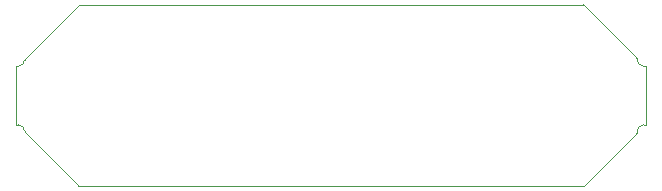
<source format=gko>
G04*
G04 #@! TF.GenerationSoftware,Altium Limited,Altium Designer,25.5.2 (35)*
G04*
G04 Layer_Color=16711935*
%FSLAX44Y44*%
%MOMM*%
G71*
G04*
G04 #@! TF.SameCoordinates,128D8583-6615-4204-B1AC-86CD56F38C64*
G04*
G04*
G04 #@! TF.FilePolarity,Positive*
G04*
G01*
G75*
%ADD10C,0.0500*%
%ADD58C,0.0500*%
D10*
X259264Y-30908D02*
G03*
X259267Y-30905I-174J180D01*
G01*
X266500Y24749D02*
X266500Y24750D01*
X259267Y30084D02*
G03*
X264601Y24750I5334J0D01*
G01*
Y-24750D02*
G03*
X259267Y-30084I0J-5334D01*
G01*
X-259518Y-30084D02*
G03*
X-264852Y-24750I-5334J0D01*
G01*
Y24750D02*
G03*
X-259518Y30084I0J5334D01*
G01*
X213743Y76679D02*
G03*
X213568Y76750I-175J-179D01*
G01*
X213747Y76675D02*
G03*
X213743Y76679I-179J-175D01*
G01*
X213745Y76677D02*
G03*
X213568Y76750I-177J-177D01*
G01*
X213743Y-76679D02*
G03*
X213747Y-76675I-175J179D01*
G01*
X213568Y-76750D02*
G03*
X213743Y-76679I0J250D01*
G01*
X213568Y-76750D02*
G03*
X213745Y-76677I0J250D01*
G01*
X-213745Y-76677D02*
G03*
X-213569Y-76750I177J177D01*
G01*
X-213744Y-76679D02*
G03*
X-213569Y-76750I175J179D01*
G01*
X-213748Y-76675D02*
G03*
X-213744Y-76679I179J175D01*
G01*
X-213748Y76675D02*
X-213672Y76750D01*
X-213569D01*
X259267Y30905D02*
Y31155D01*
X257836Y32586D02*
X259267Y31155D01*
Y-31155D02*
Y-30905D01*
X258086Y-32336D02*
X259267Y-31155D01*
X259264Y-30908D02*
X259267Y-30905D01*
X266500Y-10000D02*
Y10000D01*
Y24749D01*
X264601Y24750D02*
X266500D01*
X259267Y30084D02*
Y30905D01*
Y-30905D02*
Y-30084D01*
X264601Y-24750D02*
X266500D01*
X266500Y-24750D02*
Y-10000D01*
X-266750Y-24749D02*
Y-10000D01*
X-266750Y-24750D02*
X-264852D01*
X-259518Y-30905D02*
Y-30084D01*
Y30084D02*
Y30905D01*
X-266750Y24750D02*
X-264852D01*
X-266750Y10000D02*
Y24749D01*
X213743Y76679D02*
X213745Y76677D01*
X213747Y76675D01*
X257836Y32586D01*
X213747Y-76675D02*
X258086Y-32336D01*
X213745Y-76677D02*
X213747Y-76675D01*
X213743Y-76679D02*
X213745Y-76677D01*
X-213569Y76750D02*
X213568Y76750D01*
X-259518Y30905D02*
X-213748Y76675D01*
X-266750Y-10000D02*
Y10000D01*
X-213569Y-76750D02*
X213568Y-76750D01*
X-259515Y-30908D02*
X-213748Y-76675D01*
X-213745Y-76677D01*
X-213744Y-76679D01*
D58*
X259267Y30905D02*
D03*
M02*

</source>
